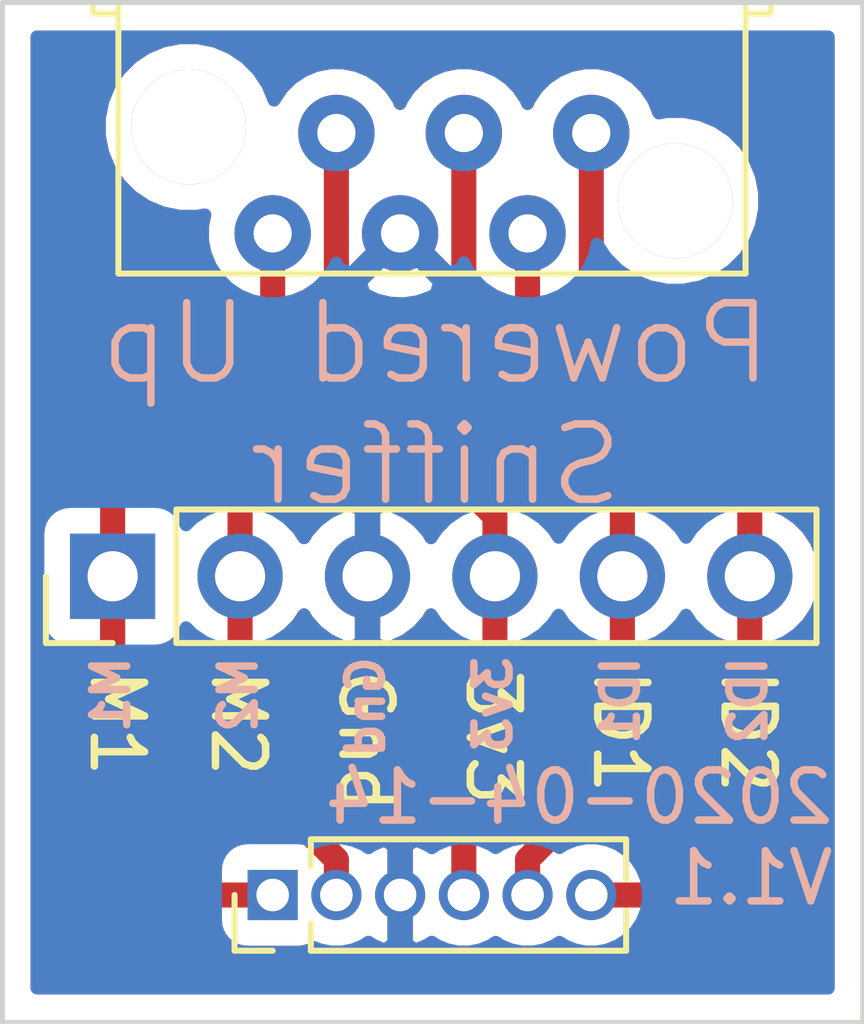
<source format=kicad_pcb>
(kicad_pcb (version 20171130) (host pcbnew "(5.1.5)-3")

  (general
    (thickness 1.6)
    (drawings 18)
    (tracks 36)
    (zones 0)
    (modules 3)
    (nets 7)
  )

  (page A4)
  (layers
    (0 F.Cu signal hide)
    (31 B.Cu signal hide)
    (32 B.Adhes user)
    (33 F.Adhes user)
    (34 B.Paste user)
    (35 F.Paste user)
    (36 B.SilkS user)
    (37 F.SilkS user)
    (38 B.Mask user)
    (39 F.Mask user)
    (40 Dwgs.User user)
    (41 Cmts.User user)
    (42 Eco1.User user)
    (43 Eco2.User user)
    (44 Edge.Cuts user)
    (45 Margin user)
    (46 B.CrtYd user)
    (47 F.CrtYd user)
    (48 B.Fab user)
    (49 F.Fab user)
  )

  (setup
    (last_trace_width 0.5)
    (user_trace_width 0.5)
    (trace_clearance 0.2)
    (zone_clearance 0.508)
    (zone_45_only no)
    (trace_min 0.1524)
    (via_size 0.8)
    (via_drill 0.4)
    (via_min_size 0.508)
    (via_min_drill 0.254)
    (uvia_size 0.3)
    (uvia_drill 0.1)
    (uvias_allowed no)
    (uvia_min_size 0.2)
    (uvia_min_drill 0.1)
    (edge_width 0.05)
    (segment_width 0.2)
    (pcb_text_width 0.3)
    (pcb_text_size 1.5 1.5)
    (mod_edge_width 0.12)
    (mod_text_size 1 1)
    (mod_text_width 0.15)
    (pad_size 1.524 1.524)
    (pad_drill 0.762)
    (pad_to_mask_clearance 0.0508)
    (solder_mask_min_width 0.1016)
    (aux_axis_origin 0 0)
    (grid_origin 92.71 110.8)
    (visible_elements 7FFFFFFF)
    (pcbplotparams
      (layerselection 0x010fc_ffffffff)
      (usegerberextensions false)
      (usegerberattributes false)
      (usegerberadvancedattributes false)
      (creategerberjobfile false)
      (excludeedgelayer true)
      (linewidth 0.100000)
      (plotframeref false)
      (viasonmask false)
      (mode 1)
      (useauxorigin false)
      (hpglpennumber 1)
      (hpglpenspeed 20)
      (hpglpendiameter 15.000000)
      (psnegative false)
      (psa4output false)
      (plotreference true)
      (plotvalue true)
      (plotinvisibletext false)
      (padsonsilk false)
      (subtractmaskfromsilk false)
      (outputformat 1)
      (mirror false)
      (drillshape 1)
      (scaleselection 1)
      (outputdirectory ""))
  )

  (net 0 "")
  (net 1 /M1)
  (net 2 /M2)
  (net 3 "Net-(J1-Pad5)")
  (net 4 "Net-(J1-Pad6)")
  (net 5 /GND)
  (net 6 /3V3)

  (net_class Default "This is the default net class."
    (clearance 0.2)
    (trace_width 0.25)
    (via_dia 0.8)
    (via_drill 0.4)
    (uvia_dia 0.3)
    (uvia_drill 0.1)
    (add_net /3V3)
    (add_net /GND)
    (add_net /M1)
    (add_net /M2)
    (add_net "Net-(J1-Pad5)")
    (add_net "Net-(J1-Pad6)")
  )

  (module Connector_PinHeader_2.54mm:PinHeader_1x06_P2.54mm_Vertical (layer F.Cu) (tedit 59FED5CC) (tstamp 5E7CD977)
    (at 93.635 109.53 90)
    (descr "Through hole straight pin header, 1x06, 2.54mm pitch, single row")
    (tags "Through hole pin header THT 1x06 2.54mm single row")
    (path /5E7CF1B6)
    (fp_text reference J2 (at 0 -2.33 90) (layer F.SilkS) hide
      (effects (font (size 1 1) (thickness 0.15)))
    )
    (fp_text value Conn_01x06 (at 0 15.03 90) (layer F.Fab)
      (effects (font (size 1 1) (thickness 0.15)))
    )
    (fp_text user %R (at 0 6.35) (layer F.Fab)
      (effects (font (size 1 1) (thickness 0.15)))
    )
    (fp_line (start 1.8 -1.8) (end -1.8 -1.8) (layer F.CrtYd) (width 0.05))
    (fp_line (start 1.8 14.5) (end 1.8 -1.8) (layer F.CrtYd) (width 0.05))
    (fp_line (start -1.8 14.5) (end 1.8 14.5) (layer F.CrtYd) (width 0.05))
    (fp_line (start -1.8 -1.8) (end -1.8 14.5) (layer F.CrtYd) (width 0.05))
    (fp_line (start -1.33 -1.33) (end 0 -1.33) (layer F.SilkS) (width 0.12))
    (fp_line (start -1.33 0) (end -1.33 -1.33) (layer F.SilkS) (width 0.12))
    (fp_line (start -1.33 1.27) (end 1.33 1.27) (layer F.SilkS) (width 0.12))
    (fp_line (start 1.33 1.27) (end 1.33 14.03) (layer F.SilkS) (width 0.12))
    (fp_line (start -1.33 1.27) (end -1.33 14.03) (layer F.SilkS) (width 0.12))
    (fp_line (start -1.33 14.03) (end 1.33 14.03) (layer F.SilkS) (width 0.12))
    (fp_line (start -1.27 -0.635) (end -0.635 -1.27) (layer F.Fab) (width 0.1))
    (fp_line (start -1.27 13.97) (end -1.27 -0.635) (layer F.Fab) (width 0.1))
    (fp_line (start 1.27 13.97) (end -1.27 13.97) (layer F.Fab) (width 0.1))
    (fp_line (start 1.27 -1.27) (end 1.27 13.97) (layer F.Fab) (width 0.1))
    (fp_line (start -0.635 -1.27) (end 1.27 -1.27) (layer F.Fab) (width 0.1))
    (pad 6 thru_hole oval (at 0 12.7 90) (size 1.7 1.7) (drill 1) (layers *.Cu *.Mask)
      (net 4 "Net-(J1-Pad6)"))
    (pad 5 thru_hole oval (at 0 10.16 90) (size 1.7 1.7) (drill 1) (layers *.Cu *.Mask)
      (net 3 "Net-(J1-Pad5)"))
    (pad 4 thru_hole oval (at 0 7.62 90) (size 1.7 1.7) (drill 1) (layers *.Cu *.Mask)
      (net 6 /3V3))
    (pad 3 thru_hole oval (at 0 5.08 90) (size 1.7 1.7) (drill 1) (layers *.Cu *.Mask)
      (net 5 /GND))
    (pad 2 thru_hole oval (at 0 2.54 90) (size 1.7 1.7) (drill 1) (layers *.Cu *.Mask)
      (net 2 /M2))
    (pad 1 thru_hole rect (at 0 0 90) (size 1.7 1.7) (drill 1) (layers *.Cu *.Mask)
      (net 1 /M1))
    (model ${KISYS3DMOD}/Connector_PinHeader_2.54mm.3dshapes/PinHeader_1x06_P2.54mm_Vertical.wrl
      (at (xyz 0 0 0))
      (scale (xyz 1 1 1))
      (rotate (xyz 0 0 0))
    )
  )

  (module Connector_PinHeader_1.27mm:PinHeader_1x06_P1.27mm_Vertical (layer F.Cu) (tedit 59FED6E3) (tstamp 5E7CD88B)
    (at 96.825 115.88 90)
    (descr "Through hole straight pin header, 1x06, 1.27mm pitch, single row")
    (tags "Through hole pin header THT 1x06 1.27mm single row")
    (path /5E7C322A)
    (fp_text reference J3 (at 0 -1.695 90) (layer F.SilkS) hide
      (effects (font (size 1 1) (thickness 0.15)))
    )
    (fp_text value Conn_01x06 (at 0 8.045 90) (layer F.Fab)
      (effects (font (size 1 1) (thickness 0.15)))
    )
    (fp_text user %R (at 0 3.15) (layer F.Fab)
      (effects (font (size 1 1) (thickness 0.15)))
    )
    (fp_line (start 1.55 -1.15) (end -1.55 -1.15) (layer F.CrtYd) (width 0.05))
    (fp_line (start 1.55 7.5) (end 1.55 -1.15) (layer F.CrtYd) (width 0.05))
    (fp_line (start -1.55 7.5) (end 1.55 7.5) (layer F.CrtYd) (width 0.05))
    (fp_line (start -1.55 -1.15) (end -1.55 7.5) (layer F.CrtYd) (width 0.05))
    (fp_line (start -1.11 -0.76) (end 0 -0.76) (layer F.SilkS) (width 0.12))
    (fp_line (start -1.11 0) (end -1.11 -0.76) (layer F.SilkS) (width 0.12))
    (fp_line (start 0.563471 0.76) (end 1.11 0.76) (layer F.SilkS) (width 0.12))
    (fp_line (start -1.11 0.76) (end -0.563471 0.76) (layer F.SilkS) (width 0.12))
    (fp_line (start 1.11 0.76) (end 1.11 7.045) (layer F.SilkS) (width 0.12))
    (fp_line (start -1.11 0.76) (end -1.11 7.045) (layer F.SilkS) (width 0.12))
    (fp_line (start 0.30753 7.045) (end 1.11 7.045) (layer F.SilkS) (width 0.12))
    (fp_line (start -1.11 7.045) (end -0.30753 7.045) (layer F.SilkS) (width 0.12))
    (fp_line (start -1.05 -0.11) (end -0.525 -0.635) (layer F.Fab) (width 0.1))
    (fp_line (start -1.05 6.985) (end -1.05 -0.11) (layer F.Fab) (width 0.1))
    (fp_line (start 1.05 6.985) (end -1.05 6.985) (layer F.Fab) (width 0.1))
    (fp_line (start 1.05 -0.635) (end 1.05 6.985) (layer F.Fab) (width 0.1))
    (fp_line (start -0.525 -0.635) (end 1.05 -0.635) (layer F.Fab) (width 0.1))
    (pad 6 thru_hole oval (at 0 6.35 90) (size 1 1) (drill 0.65) (layers *.Cu *.Mask)
      (net 4 "Net-(J1-Pad6)"))
    (pad 5 thru_hole oval (at 0 5.08 90) (size 1 1) (drill 0.65) (layers *.Cu *.Mask)
      (net 3 "Net-(J1-Pad5)"))
    (pad 4 thru_hole oval (at 0 3.81 90) (size 1 1) (drill 0.65) (layers *.Cu *.Mask)
      (net 6 /3V3))
    (pad 3 thru_hole oval (at 0 2.54 90) (size 1 1) (drill 0.65) (layers *.Cu *.Mask)
      (net 5 /GND))
    (pad 2 thru_hole oval (at 0 1.27 90) (size 1 1) (drill 0.65) (layers *.Cu *.Mask)
      (net 2 /M2))
    (pad 1 thru_hole rect (at 0 0 90) (size 1 1) (drill 0.65) (layers *.Cu *.Mask)
      (net 1 /M1))
    (model ${KISYS3DMOD}/Connector_PinHeader_1.27mm.3dshapes/PinHeader_1x06_P1.27mm_Vertical.wrl
      (at (xyz 0 0 0))
      (scale (xyz 1 1 1))
      (rotate (xyz 0 0 0))
    )
  )

  (module "wedo_2.0:WeDo 2.0 Female Socket" (layer F.Cu) (tedit 5E7CD3A7) (tstamp 5E7C219C)
    (at 100 100)
    (path /5E7C081C)
    (fp_text reference J1 (at 0.33 4.394) (layer F.SilkS) hide
      (effects (font (size 1 1) (thickness 0.15)))
    )
    (fp_text value FemaleConnector (at 11.43 15.24) (layer F.Fab) hide
      (effects (font (size 1 1) (thickness 0.15)))
    )
    (fp_line (start -6.25 3.5) (end -6.25 -3.5) (layer F.SilkS) (width 0.12))
    (fp_line (start 6.25 3.5) (end -6.25 3.5) (layer F.SilkS) (width 0.12))
    (fp_line (start 6.25 -3.5) (end 6.25 3.5) (layer F.SilkS) (width 0.12))
    (fp_line (start -6.25 -3.5) (end 6.25 -3.5) (layer F.SilkS) (width 0.12))
    (fp_line (start 6.25 -2.54) (end 6.75 -2.54) (layer F.SilkS) (width 0.12))
    (fp_line (start 6.25 -1.68) (end 6.75 -1.68) (layer F.SilkS) (width 0.12))
    (fp_line (start 6.75 -2.54) (end 6.75 -1.68) (layer F.SilkS) (width 0.12))
    (fp_line (start -6.75 -1.68) (end -6.25 -1.68) (layer F.SilkS) (width 0.12))
    (fp_line (start -6.75 -2.54) (end -6.75 -1.68) (layer F.SilkS) (width 0.12))
    (fp_line (start -6.75 -2.54) (end -6.25 -2.54) (layer F.SilkS) (width 0.12))
    (pad "" thru_hole circle (at 4.85 2.05) (size 2.286 2.286) (drill 2.286) (layers *.Cu *.Mask))
    (pad "" thru_hole circle (at -4.85 0.58) (size 2.286 2.286) (drill 2.286) (layers *.Cu *.Mask))
    (pad 6 thru_hole circle (at 3.175 0.7) (size 1.524 1.524) (drill 0.762) (layers *.Cu *.Mask)
      (net 4 "Net-(J1-Pad6)"))
    (pad 5 thru_hole circle (at 1.905 2.7) (size 1.524 1.524) (drill 0.762) (layers *.Cu *.Mask)
      (net 3 "Net-(J1-Pad5)"))
    (pad 4 thru_hole circle (at 0.635 0.7) (size 1.524 1.524) (drill 0.762) (layers *.Cu *.Mask)
      (net 6 /3V3))
    (pad 3 thru_hole circle (at -0.635 2.7) (size 1.524 1.524) (drill 0.762) (layers *.Cu *.Mask)
      (net 5 /GND))
    (pad 2 thru_hole circle (at -1.905 0.7) (size 1.524 1.524) (drill 0.762) (layers *.Cu *.Mask)
      (net 2 /M2))
    (pad 1 thru_hole circle (at -3.175 2.7) (size 1.524 1.524) (drill 0.762) (layers *.Cu *.Mask)
      (net 1 /M1))
  )

  (gr_text ID2 (at 106.299 111.054 90) (layer B.SilkS) (tstamp 5E7D28F7)
    (effects (font (size 0.7 0.7) (thickness 0.15)) (justify left mirror))
  )
  (gr_text ID1 (at 103.759 111.054 90) (layer B.SilkS) (tstamp 5E7D28F2)
    (effects (font (size 0.7 0.7) (thickness 0.15)) (justify left mirror))
  )
  (gr_text 3v3 (at 101.219 111.054 90) (layer B.SilkS) (tstamp 5E7D28EF)
    (effects (font (size 0.7 0.7) (thickness 0.15)) (justify left mirror))
  )
  (gr_text Gnd (at 98.679 111.054 90) (layer B.SilkS) (tstamp 5E7D28EB)
    (effects (font (size 0.7 0.7) (thickness 0.15)) (justify left mirror))
  )
  (gr_text M2 (at 96.139 111.054 90) (layer B.SilkS) (tstamp 5E7D28E5)
    (effects (font (size 0.7 0.7) (thickness 0.15)) (justify left mirror))
  )
  (gr_text M1 (at 93.599 111.054 90) (layer B.SilkS) (tstamp 5E7D28C6)
    (effects (font (size 0.7 0.7) (thickness 0.15)) (justify left mirror))
  )
  (gr_text "2020-04-14\nV1.1" (at 108.077 114.737) (layer B.SilkS) (tstamp 5E7D286D)
    (effects (font (size 1 1) (thickness 0.15)) (justify left mirror))
  )
  (gr_text "Powered Up\nSniffer" (at 100.076 106.101) (layer B.SilkS) (tstamp 5E7D28B9)
    (effects (font (size 1.5 1.5) (thickness 0.15)) (justify mirror))
  )
  (gr_text ID2 (at 106.299 111.308 270) (layer F.SilkS) (tstamp 5E7D2796)
    (effects (font (size 1 1) (thickness 0.15)) (justify left))
  )
  (gr_text ID1 (at 103.759 111.308 270) (layer F.SilkS) (tstamp 5E7D2794)
    (effects (font (size 1 1) (thickness 0.15)) (justify left))
  )
  (gr_text 3v3 (at 101.219 111.308 270) (layer F.SilkS) (tstamp 5E7D2792)
    (effects (font (size 1 1) (thickness 0.15)) (justify left))
  )
  (gr_text Gnd (at 98.679 111.308 270) (layer F.SilkS) (tstamp 5E7D2790)
    (effects (font (size 1 1) (thickness 0.15)) (justify left))
  )
  (gr_text M2 (at 96.139 111.308 270) (layer F.SilkS) (tstamp 5E7D278E)
    (effects (font (size 1 1) (thickness 0.15)) (justify left))
  )
  (gr_text M1 (at 93.726 111.308 270) (layer F.SilkS)
    (effects (font (size 1 1) (thickness 0.15)) (justify left))
  )
  (gr_line (start 108.585 98.1) (end 108.585 118.42) (layer Edge.Cuts) (width 0.1))
  (gr_line (start 91.44 98.1) (end 108.585 98.1) (layer Edge.Cuts) (width 0.1))
  (gr_line (start 91.44 118.42) (end 91.44 98.1) (layer Edge.Cuts) (width 0.1))
  (gr_line (start 108.585 118.42) (end 91.44 118.42) (layer Edge.Cuts) (width 0.1))

  (segment (start 93.635 110.455) (end 93.635 114.265) (width 0.5) (layer F.Cu) (net 1))
  (segment (start 95.25 115.88) (end 96.825 115.88) (width 0.5) (layer F.Cu) (net 1))
  (segment (start 93.635 114.265) (end 95.25 115.88) (width 0.5) (layer F.Cu) (net 1))
  (segment (start 93.635 110.455) (end 93.635 111.145) (width 0.5) (layer F.Cu) (net 1))
  (segment (start 93.635 109.53) (end 93.635 110.455) (width 0.5) (layer F.Cu) (net 1))
  (segment (start 93.635 109.53) (end 93.635 107.335) (width 0.5) (layer F.Cu) (net 1))
  (segment (start 96.825 102.7) (end 96.825 104.145) (width 0.5) (layer F.Cu) (net 1))
  (segment (start 96.825 104.145) (end 93.635 107.335) (width 0.5) (layer F.Cu) (net 1))
  (segment (start 98.095 115.172894) (end 98.095 115.88) (width 0.5) (layer F.Cu) (net 2))
  (segment (start 96.175 109.53) (end 96.175 113.252894) (width 0.5) (layer F.Cu) (net 2))
  (segment (start 96.175 113.252894) (end 98.095 115.172894) (width 0.5) (layer F.Cu) (net 2))
  (segment (start 96.175 108.327919) (end 96.175 109.53) (width 0.5) (layer F.Cu) (net 2))
  (segment (start 96.175 107.335) (end 96.175 108.327919) (width 0.5) (layer F.Cu) (net 2))
  (segment (start 98.095 100.7) (end 98.095 105.415) (width 0.5) (layer F.Cu) (net 2))
  (segment (start 98.095 105.415) (end 96.175 107.335) (width 0.5) (layer F.Cu) (net 2))
  (segment (start 101.905 115.172894) (end 101.905 115.88) (width 0.5) (layer F.Cu) (net 3))
  (segment (start 103.795 109.53) (end 103.795 113.282894) (width 0.5) (layer F.Cu) (net 3))
  (segment (start 103.795 113.282894) (end 101.905 115.172894) (width 0.5) (layer F.Cu) (net 3))
  (segment (start 103.795 108.327919) (end 103.795 109.53) (width 0.5) (layer F.Cu) (net 3))
  (segment (start 103.795 107.335) (end 103.795 108.327919) (width 0.5) (layer F.Cu) (net 3))
  (segment (start 101.905 102.7) (end 101.905 105.445) (width 0.5) (layer F.Cu) (net 3))
  (segment (start 101.905 105.445) (end 103.795 107.335) (width 0.5) (layer F.Cu) (net 3))
  (segment (start 104.72 115.88) (end 104.14 115.88) (width 0.5) (layer F.Cu) (net 4))
  (segment (start 104.14 115.88) (end 103.175 115.88) (width 0.5) (layer F.Cu) (net 4))
  (segment (start 106.335 109.53) (end 106.335 114.265) (width 0.5) (layer F.Cu) (net 4))
  (segment (start 106.335 114.265) (end 104.72 115.88) (width 0.5) (layer F.Cu) (net 4))
  (segment (start 103.175 104.145) (end 103.175 100.7) (width 0.5) (layer F.Cu) (net 4))
  (segment (start 106.335 109.53) (end 106.335 107.305) (width 0.5) (layer F.Cu) (net 4))
  (segment (start 106.335 107.305) (end 103.175 104.145) (width 0.5) (layer F.Cu) (net 4))
  (segment (start 100.635 100.7) (end 100.635 106.66) (width 0.5) (layer F.Cu) (net 6))
  (segment (start 100.635 107.707919) (end 100.635 106.66) (width 0.5) (layer F.Cu) (net 6))
  (segment (start 101.255 108.327919) (end 100.635 107.707919) (width 0.5) (layer F.Cu) (net 6))
  (segment (start 101.255 109.53) (end 101.255 108.327919) (width 0.5) (layer F.Cu) (net 6))
  (segment (start 100.635 114.4955) (end 100.635 115.88) (width 0.5) (layer F.Cu) (net 6))
  (segment (start 101.255 109.53) (end 101.255 113.8755) (width 0.5) (layer F.Cu) (net 6))
  (segment (start 101.255 113.8755) (end 100.635 114.4955) (width 0.5) (layer F.Cu) (net 6))

  (zone (net 5) (net_name /GND) (layer F.Cu) (tstamp 0) (hatch edge 0.508)
    (connect_pads (clearance 0.508))
    (min_thickness 0.254)
    (fill yes (arc_segments 32) (thermal_gap 0.508) (thermal_bridge_width 0.508))
    (polygon
      (pts
        (xy 108.585 118.42) (xy 91.44 118.42) (xy 91.44 98.1) (xy 108.585 98.1635)
      )
    )
    (filled_polygon
      (pts
        (xy 107.900001 117.735) (xy 92.125 117.735) (xy 92.125 108.68) (xy 92.146928 108.68) (xy 92.146928 110.38)
        (xy 92.159188 110.504482) (xy 92.195498 110.62418) (xy 92.254463 110.734494) (xy 92.333815 110.831185) (xy 92.430506 110.910537)
        (xy 92.54082 110.969502) (xy 92.660518 111.005812) (xy 92.75 111.014625) (xy 92.750001 114.221521) (xy 92.745719 114.265)
        (xy 92.762805 114.43849) (xy 92.813412 114.605313) (xy 92.89559 114.759059) (xy 92.978468 114.860046) (xy 92.978469 114.860047)
        (xy 93.006184 114.893817) (xy 93.039951 114.921529) (xy 94.59347 116.475049) (xy 94.621183 116.508817) (xy 94.654951 116.53653)
        (xy 94.654953 116.536532) (xy 94.704996 116.577601) (xy 94.755941 116.619411) (xy 94.909687 116.701589) (xy 95.07651 116.752195)
        (xy 95.206523 116.765) (xy 95.206531 116.765) (xy 95.25 116.769281) (xy 95.293469 116.765) (xy 95.819499 116.765)
        (xy 95.873815 116.831185) (xy 95.970506 116.910537) (xy 96.08082 116.969502) (xy 96.200518 117.005812) (xy 96.325 117.018072)
        (xy 97.325 117.018072) (xy 97.449482 117.005812) (xy 97.56918 116.969502) (xy 97.652226 116.925112) (xy 97.763933 116.971383)
        (xy 97.983212 117.015) (xy 98.206788 117.015) (xy 98.426067 116.971383) (xy 98.632624 116.885824) (xy 98.734658 116.817647)
        (xy 98.804794 116.867123) (xy 99.008136 116.957446) (xy 99.063126 116.974119) (xy 99.238 116.847954) (xy 99.238 116.007)
        (xy 99.226974 116.007) (xy 99.23 115.991788) (xy 99.23 115.768212) (xy 99.226974 115.753) (xy 99.238 115.753)
        (xy 99.238 114.912046) (xy 99.063126 114.785881) (xy 99.008136 114.802554) (xy 98.919433 114.841955) (xy 98.916589 114.832581)
        (xy 98.834411 114.678835) (xy 98.81021 114.649346) (xy 98.751532 114.577847) (xy 98.75153 114.577845) (xy 98.723817 114.544077)
        (xy 98.69005 114.516365) (xy 97.06 112.886316) (xy 97.06 110.724656) (xy 97.121632 110.683475) (xy 97.328475 110.476632)
        (xy 97.450195 110.294466) (xy 97.519822 110.411355) (xy 97.714731 110.627588) (xy 97.94808 110.801641) (xy 98.210901 110.926825)
        (xy 98.35811 110.971476) (xy 98.588 110.850155) (xy 98.588 109.657) (xy 98.568 109.657) (xy 98.568 109.403)
        (xy 98.588 109.403) (xy 98.588 108.209845) (xy 98.35811 108.088524) (xy 98.210901 108.133175) (xy 97.94808 108.258359)
        (xy 97.714731 108.432412) (xy 97.519822 108.648645) (xy 97.450195 108.765534) (xy 97.328475 108.583368) (xy 97.121632 108.376525)
        (xy 97.06 108.335344) (xy 97.06 107.701578) (xy 98.690049 106.07153) (xy 98.723817 106.043817) (xy 98.834411 105.909059)
        (xy 98.916589 105.755313) (xy 98.967195 105.58849) (xy 98.98 105.458477) (xy 98.98 105.458467) (xy 98.984281 105.415001)
        (xy 98.98 105.371534) (xy 98.98 104.043833) (xy 99.162135 104.089023) (xy 99.437017 104.10191) (xy 99.709133 104.060922)
        (xy 99.750001 104.046196) (xy 99.750001 106.616523) (xy 99.75 107.664449) (xy 99.745719 107.707919) (xy 99.75 107.751388)
        (xy 99.75 107.751395) (xy 99.762805 107.881408) (xy 99.813411 108.048231) (xy 99.895589 108.201977) (xy 100.006183 108.336736)
        (xy 100.039956 108.364453) (xy 100.180198 108.504695) (xy 100.101525 108.583368) (xy 99.979805 108.765534) (xy 99.910178 108.648645)
        (xy 99.715269 108.432412) (xy 99.48192 108.258359) (xy 99.219099 108.133175) (xy 99.07189 108.088524) (xy 98.842 108.209845)
        (xy 98.842 109.403) (xy 98.862 109.403) (xy 98.862 109.657) (xy 98.842 109.657) (xy 98.842 110.850155)
        (xy 99.07189 110.971476) (xy 99.219099 110.926825) (xy 99.48192 110.801641) (xy 99.715269 110.627588) (xy 99.910178 110.411355)
        (xy 99.979805 110.294466) (xy 100.101525 110.476632) (xy 100.308368 110.683475) (xy 100.37 110.724656) (xy 100.370001 113.508921)
        (xy 100.039956 113.838966) (xy 100.006183 113.866683) (xy 99.895589 114.001442) (xy 99.813411 114.155188) (xy 99.79502 114.215814)
        (xy 99.766911 114.308477) (xy 99.762805 114.322011) (xy 99.75 114.452024) (xy 99.75 114.452031) (xy 99.745719 114.4955)
        (xy 99.75 114.53897) (xy 99.75 114.815052) (xy 99.721864 114.802554) (xy 99.666874 114.785881) (xy 99.492 114.912046)
        (xy 99.492 115.753) (xy 99.503026 115.753) (xy 99.5 115.768212) (xy 99.5 115.991788) (xy 99.503026 116.007)
        (xy 99.492 116.007) (xy 99.492 116.847954) (xy 99.666874 116.974119) (xy 99.721864 116.957446) (xy 99.925206 116.867123)
        (xy 99.995342 116.817647) (xy 100.097376 116.885824) (xy 100.303933 116.971383) (xy 100.523212 117.015) (xy 100.746788 117.015)
        (xy 100.966067 116.971383) (xy 101.172624 116.885824) (xy 101.27 116.820759) (xy 101.367376 116.885824) (xy 101.573933 116.971383)
        (xy 101.793212 117.015) (xy 102.016788 117.015) (xy 102.236067 116.971383) (xy 102.442624 116.885824) (xy 102.54 116.820759)
        (xy 102.637376 116.885824) (xy 102.843933 116.971383) (xy 103.063212 117.015) (xy 103.286788 117.015) (xy 103.506067 116.971383)
        (xy 103.712624 116.885824) (xy 103.89345 116.765) (xy 104.676531 116.765) (xy 104.72 116.769281) (xy 104.763469 116.765)
        (xy 104.763477 116.765) (xy 104.89349 116.752195) (xy 105.060313 116.701589) (xy 105.214059 116.619411) (xy 105.348817 116.508817)
        (xy 105.376534 116.475044) (xy 106.930049 114.92153) (xy 106.963817 114.893817) (xy 106.991533 114.860046) (xy 107.074411 114.759059)
        (xy 107.107534 114.697089) (xy 107.156589 114.605313) (xy 107.207195 114.43849) (xy 107.22 114.308477) (xy 107.22 114.308469)
        (xy 107.224281 114.265) (xy 107.22 114.221531) (xy 107.22 110.724656) (xy 107.281632 110.683475) (xy 107.488475 110.476632)
        (xy 107.65099 110.233411) (xy 107.762932 109.963158) (xy 107.82 109.67626) (xy 107.82 109.38374) (xy 107.762932 109.096842)
        (xy 107.65099 108.826589) (xy 107.488475 108.583368) (xy 107.281632 108.376525) (xy 107.22 108.335344) (xy 107.22 107.348469)
        (xy 107.224281 107.305) (xy 107.22 107.261531) (xy 107.22 107.261523) (xy 107.207195 107.13151) (xy 107.156589 106.964687)
        (xy 107.074411 106.810941) (xy 106.963817 106.676183) (xy 106.930049 106.64847) (xy 104.06 103.778422) (xy 104.06 103.647264)
        (xy 104.331377 103.759672) (xy 104.674882 103.828) (xy 105.025118 103.828) (xy 105.368623 103.759672) (xy 105.692199 103.625643)
        (xy 105.983409 103.431063) (xy 106.231063 103.183409) (xy 106.425643 102.892199) (xy 106.559672 102.568623) (xy 106.628 102.225118)
        (xy 106.628 101.874882) (xy 106.559672 101.531377) (xy 106.425643 101.207801) (xy 106.231063 100.916591) (xy 105.983409 100.668937)
        (xy 105.692199 100.474357) (xy 105.368623 100.340328) (xy 105.025118 100.272) (xy 104.674882 100.272) (xy 104.520349 100.302739)
        (xy 104.518314 100.29251) (xy 104.413005 100.038273) (xy 104.26012 99.809465) (xy 104.065535 99.61488) (xy 103.836727 99.461995)
        (xy 103.58249 99.356686) (xy 103.312592 99.303) (xy 103.037408 99.303) (xy 102.76751 99.356686) (xy 102.513273 99.461995)
        (xy 102.284465 99.61488) (xy 102.08988 99.809465) (xy 101.936995 100.038273) (xy 101.905 100.115515) (xy 101.873005 100.038273)
        (xy 101.72012 99.809465) (xy 101.525535 99.61488) (xy 101.296727 99.461995) (xy 101.04249 99.356686) (xy 100.772592 99.303)
        (xy 100.497408 99.303) (xy 100.22751 99.356686) (xy 99.973273 99.461995) (xy 99.744465 99.61488) (xy 99.54988 99.809465)
        (xy 99.396995 100.038273) (xy 99.365 100.115515) (xy 99.333005 100.038273) (xy 99.18012 99.809465) (xy 98.985535 99.61488)
        (xy 98.756727 99.461995) (xy 98.50249 99.356686) (xy 98.232592 99.303) (xy 97.957408 99.303) (xy 97.68751 99.356686)
        (xy 97.433273 99.461995) (xy 97.204465 99.61488) (xy 97.00988 99.809465) (xy 96.856995 100.038273) (xy 96.853549 100.046594)
        (xy 96.725643 99.737801) (xy 96.531063 99.446591) (xy 96.283409 99.198937) (xy 95.992199 99.004357) (xy 95.668623 98.870328)
        (xy 95.325118 98.802) (xy 94.974882 98.802) (xy 94.631377 98.870328) (xy 94.307801 99.004357) (xy 94.016591 99.198937)
        (xy 93.768937 99.446591) (xy 93.574357 99.737801) (xy 93.440328 100.061377) (xy 93.372 100.404882) (xy 93.372 100.755118)
        (xy 93.440328 101.098623) (xy 93.574357 101.422199) (xy 93.768937 101.713409) (xy 94.016591 101.961063) (xy 94.307801 102.155643)
        (xy 94.631377 102.289672) (xy 94.974882 102.358) (xy 95.325118 102.358) (xy 95.474573 102.328271) (xy 95.428 102.562408)
        (xy 95.428 102.837592) (xy 95.481686 103.10749) (xy 95.586995 103.361727) (xy 95.73988 103.590535) (xy 95.933883 103.784538)
        (xy 93.039951 106.678471) (xy 93.006184 106.706183) (xy 92.978471 106.739951) (xy 92.978468 106.739954) (xy 92.89559 106.840941)
        (xy 92.813412 106.994687) (xy 92.762805 107.16151) (xy 92.745719 107.335) (xy 92.750001 107.378479) (xy 92.750001 108.045375)
        (xy 92.660518 108.054188) (xy 92.54082 108.090498) (xy 92.430506 108.149463) (xy 92.333815 108.228815) (xy 92.254463 108.325506)
        (xy 92.195498 108.43582) (xy 92.159188 108.555518) (xy 92.146928 108.68) (xy 92.125 108.68) (xy 92.125 98.785)
        (xy 107.9 98.785)
      )
    )
    (filled_polygon
      (pts
        (xy 99.558748 102.685858) (xy 99.544605 102.7) (xy 99.558748 102.714143) (xy 99.379143 102.893748) (xy 99.365 102.879605)
        (xy 99.350858 102.893748) (xy 99.171253 102.714143) (xy 99.185395 102.7) (xy 99.171253 102.685858) (xy 99.350858 102.506253)
        (xy 99.365 102.520395) (xy 99.379143 102.506253)
      )
    )
  )
  (zone (net 5) (net_name /GND) (layer B.Cu) (tstamp 0) (hatch edge 0.508)
    (connect_pads (clearance 0.508))
    (min_thickness 0.254)
    (fill yes (arc_segments 32) (thermal_gap 0.508) (thermal_bridge_width 0.508))
    (polygon
      (pts
        (xy 108.585 118.42) (xy 91.44 118.42) (xy 91.44 98.1) (xy 108.585 98.1)
      )
    )
    (filled_polygon
      (pts
        (xy 107.900001 117.735) (xy 92.125 117.735) (xy 92.125 115.38) (xy 95.686928 115.38) (xy 95.686928 116.38)
        (xy 95.699188 116.504482) (xy 95.735498 116.62418) (xy 95.794463 116.734494) (xy 95.873815 116.831185) (xy 95.970506 116.910537)
        (xy 96.08082 116.969502) (xy 96.200518 117.005812) (xy 96.325 117.018072) (xy 97.325 117.018072) (xy 97.449482 117.005812)
        (xy 97.56918 116.969502) (xy 97.652226 116.925112) (xy 97.763933 116.971383) (xy 97.983212 117.015) (xy 98.206788 117.015)
        (xy 98.426067 116.971383) (xy 98.632624 116.885824) (xy 98.734658 116.817647) (xy 98.804794 116.867123) (xy 99.008136 116.957446)
        (xy 99.063126 116.974119) (xy 99.238 116.847954) (xy 99.238 116.007) (xy 99.226974 116.007) (xy 99.23 115.991788)
        (xy 99.23 115.768212) (xy 99.226974 115.753) (xy 99.238 115.753) (xy 99.238 114.912046) (xy 99.492 114.912046)
        (xy 99.492 115.753) (xy 99.503026 115.753) (xy 99.5 115.768212) (xy 99.5 115.991788) (xy 99.503026 116.007)
        (xy 99.492 116.007) (xy 99.492 116.847954) (xy 99.666874 116.974119) (xy 99.721864 116.957446) (xy 99.925206 116.867123)
        (xy 99.995342 116.817647) (xy 100.097376 116.885824) (xy 100.303933 116.971383) (xy 100.523212 117.015) (xy 100.746788 117.015)
        (xy 100.966067 116.971383) (xy 101.172624 116.885824) (xy 101.27 116.820759) (xy 101.367376 116.885824) (xy 101.573933 116.971383)
        (xy 101.793212 117.015) (xy 102.016788 117.015) (xy 102.236067 116.971383) (xy 102.442624 116.885824) (xy 102.54 116.820759)
        (xy 102.637376 116.885824) (xy 102.843933 116.971383) (xy 103.063212 117.015) (xy 103.286788 117.015) (xy 103.506067 116.971383)
        (xy 103.712624 116.885824) (xy 103.89852 116.761612) (xy 104.056612 116.60352) (xy 104.180824 116.417624) (xy 104.266383 116.211067)
        (xy 104.31 115.991788) (xy 104.31 115.768212) (xy 104.266383 115.548933) (xy 104.180824 115.342376) (xy 104.056612 115.15648)
        (xy 103.89852 114.998388) (xy 103.712624 114.874176) (xy 103.506067 114.788617) (xy 103.286788 114.745) (xy 103.063212 114.745)
        (xy 102.843933 114.788617) (xy 102.637376 114.874176) (xy 102.54 114.939241) (xy 102.442624 114.874176) (xy 102.236067 114.788617)
        (xy 102.016788 114.745) (xy 101.793212 114.745) (xy 101.573933 114.788617) (xy 101.367376 114.874176) (xy 101.27 114.939241)
        (xy 101.172624 114.874176) (xy 100.966067 114.788617) (xy 100.746788 114.745) (xy 100.523212 114.745) (xy 100.303933 114.788617)
        (xy 100.097376 114.874176) (xy 99.995342 114.942353) (xy 99.925206 114.892877) (xy 99.721864 114.802554) (xy 99.666874 114.785881)
        (xy 99.492 114.912046) (xy 99.238 114.912046) (xy 99.063126 114.785881) (xy 99.008136 114.802554) (xy 98.804794 114.892877)
        (xy 98.734658 114.942353) (xy 98.632624 114.874176) (xy 98.426067 114.788617) (xy 98.206788 114.745) (xy 97.983212 114.745)
        (xy 97.763933 114.788617) (xy 97.652226 114.834888) (xy 97.56918 114.790498) (xy 97.449482 114.754188) (xy 97.325 114.741928)
        (xy 96.325 114.741928) (xy 96.200518 114.754188) (xy 96.08082 114.790498) (xy 95.970506 114.849463) (xy 95.873815 114.928815)
        (xy 95.794463 115.025506) (xy 95.735498 115.13582) (xy 95.699188 115.255518) (xy 95.686928 115.38) (xy 92.125 115.38)
        (xy 92.125 108.68) (xy 92.146928 108.68) (xy 92.146928 110.38) (xy 92.159188 110.504482) (xy 92.195498 110.62418)
        (xy 92.254463 110.734494) (xy 92.333815 110.831185) (xy 92.430506 110.910537) (xy 92.54082 110.969502) (xy 92.660518 111.005812)
        (xy 92.785 111.018072) (xy 94.485 111.018072) (xy 94.609482 111.005812) (xy 94.72918 110.969502) (xy 94.839494 110.910537)
        (xy 94.936185 110.831185) (xy 95.015537 110.734494) (xy 95.074502 110.62418) (xy 95.096513 110.55162) (xy 95.228368 110.683475)
        (xy 95.471589 110.84599) (xy 95.741842 110.957932) (xy 96.02874 111.015) (xy 96.32126 111.015) (xy 96.608158 110.957932)
        (xy 96.878411 110.84599) (xy 97.121632 110.683475) (xy 97.328475 110.476632) (xy 97.450195 110.294466) (xy 97.519822 110.411355)
        (xy 97.714731 110.627588) (xy 97.94808 110.801641) (xy 98.210901 110.926825) (xy 98.35811 110.971476) (xy 98.588 110.850155)
        (xy 98.588 109.657) (xy 98.568 109.657) (xy 98.568 109.403) (xy 98.588 109.403) (xy 98.588 108.209845)
        (xy 98.842 108.209845) (xy 98.842 109.403) (xy 98.862 109.403) (xy 98.862 109.657) (xy 98.842 109.657)
        (xy 98.842 110.850155) (xy 99.07189 110.971476) (xy 99.219099 110.926825) (xy 99.48192 110.801641) (xy 99.715269 110.627588)
        (xy 99.910178 110.411355) (xy 99.979805 110.294466) (xy 100.101525 110.476632) (xy 100.308368 110.683475) (xy 100.551589 110.84599)
        (xy 100.821842 110.957932) (xy 101.10874 111.015) (xy 101.40126 111.015) (xy 101.688158 110.957932) (xy 101.958411 110.84599)
        (xy 102.201632 110.683475) (xy 102.408475 110.476632) (xy 102.525 110.30224) (xy 102.641525 110.476632) (xy 102.848368 110.683475)
        (xy 103.091589 110.84599) (xy 103.361842 110.957932) (xy 103.64874 111.015) (xy 103.94126 111.015) (xy 104.228158 110.957932)
        (xy 104.498411 110.84599) (xy 104.741632 110.683475) (xy 104.948475 110.476632) (xy 105.065 110.30224) (xy 105.181525 110.476632)
        (xy 105.388368 110.683475) (xy 105.631589 110.84599) (xy 105.901842 110.957932) (xy 106.18874 111.015) (xy 106.48126 111.015)
        (xy 106.768158 110.957932) (xy 107.038411 110.84599) (xy 107.281632 110.683475) (xy 107.488475 110.476632) (xy 107.65099 110.233411)
        (xy 107.762932 109.963158) (xy 107.82 109.67626) (xy 107.82 109.38374) (xy 107.762932 109.096842) (xy 107.65099 108.826589)
        (xy 107.488475 108.583368) (xy 107.281632 108.376525) (xy 107.038411 108.21401) (xy 106.768158 108.102068) (xy 106.48126 108.045)
        (xy 106.18874 108.045) (xy 105.901842 108.102068) (xy 105.631589 108.21401) (xy 105.388368 108.376525) (xy 105.181525 108.583368)
        (xy 105.065 108.75776) (xy 104.948475 108.583368) (xy 104.741632 108.376525) (xy 104.498411 108.21401) (xy 104.228158 108.102068)
        (xy 103.94126 108.045) (xy 103.64874 108.045) (xy 103.361842 108.102068) (xy 103.091589 108.21401) (xy 102.848368 108.376525)
        (xy 102.641525 108.583368) (xy 102.525 108.75776) (xy 102.408475 108.583368) (xy 102.201632 108.376525) (xy 101.958411 108.21401)
        (xy 101.688158 108.102068) (xy 101.40126 108.045) (xy 101.10874 108.045) (xy 100.821842 108.102068) (xy 100.551589 108.21401)
        (xy 100.308368 108.376525) (xy 100.101525 108.583368) (xy 99.979805 108.765534) (xy 99.910178 108.648645) (xy 99.715269 108.432412)
        (xy 99.48192 108.258359) (xy 99.219099 108.133175) (xy 99.07189 108.088524) (xy 98.842 108.209845) (xy 98.588 108.209845)
        (xy 98.35811 108.088524) (xy 98.210901 108.133175) (xy 97.94808 108.258359) (xy 97.714731 108.432412) (xy 97.519822 108.648645)
        (xy 97.450195 108.765534) (xy 97.328475 108.583368) (xy 97.121632 108.376525) (xy 96.878411 108.21401) (xy 96.608158 108.102068)
        (xy 96.32126 108.045) (xy 96.02874 108.045) (xy 95.741842 108.102068) (xy 95.471589 108.21401) (xy 95.228368 108.376525)
        (xy 95.096513 108.50838) (xy 95.074502 108.43582) (xy 95.015537 108.325506) (xy 94.936185 108.228815) (xy 94.839494 108.149463)
        (xy 94.72918 108.090498) (xy 94.609482 108.054188) (xy 94.485 108.041928) (xy 92.785 108.041928) (xy 92.660518 108.054188)
        (xy 92.54082 108.090498) (xy 92.430506 108.149463) (xy 92.333815 108.228815) (xy 92.254463 108.325506) (xy 92.195498 108.43582)
        (xy 92.159188 108.555518) (xy 92.146928 108.68) (xy 92.125 108.68) (xy 92.125 100.404882) (xy 93.372 100.404882)
        (xy 93.372 100.755118) (xy 93.440328 101.098623) (xy 93.574357 101.422199) (xy 93.768937 101.713409) (xy 94.016591 101.961063)
        (xy 94.307801 102.155643) (xy 94.631377 102.289672) (xy 94.974882 102.358) (xy 95.325118 102.358) (xy 95.474573 102.328271)
        (xy 95.428 102.562408) (xy 95.428 102.837592) (xy 95.481686 103.10749) (xy 95.586995 103.361727) (xy 95.73988 103.590535)
        (xy 95.934465 103.78512) (xy 96.163273 103.938005) (xy 96.41751 104.043314) (xy 96.687408 104.097) (xy 96.962592 104.097)
        (xy 97.23249 104.043314) (xy 97.486727 103.938005) (xy 97.715535 103.78512) (xy 97.83509 103.665565) (xy 98.57904 103.665565)
        (xy 98.64602 103.905656) (xy 98.895048 104.022756) (xy 99.162135 104.089023) (xy 99.437017 104.10191) (xy 99.709133 104.060922)
        (xy 99.968023 103.967636) (xy 100.08398 103.905656) (xy 100.15096 103.665565) (xy 99.365 102.879605) (xy 98.57904 103.665565)
        (xy 97.83509 103.665565) (xy 97.91012 103.590535) (xy 98.063005 103.361727) (xy 98.092692 103.290057) (xy 98.097364 103.303023)
        (xy 98.159344 103.41898) (xy 98.399435 103.48596) (xy 99.185395 102.7) (xy 99.171253 102.685858) (xy 99.350858 102.506253)
        (xy 99.365 102.520395) (xy 99.379143 102.506253) (xy 99.558748 102.685858) (xy 99.544605 102.7) (xy 100.330565 103.48596)
        (xy 100.570656 103.41898) (xy 100.634485 103.28324) (xy 100.666995 103.361727) (xy 100.81988 103.590535) (xy 101.014465 103.78512)
        (xy 101.243273 103.938005) (xy 101.49751 104.043314) (xy 101.767408 104.097) (xy 102.042592 104.097) (xy 102.31249 104.043314)
        (xy 102.566727 103.938005) (xy 102.795535 103.78512) (xy 102.99012 103.590535) (xy 103.143005 103.361727) (xy 103.248314 103.10749)
        (xy 103.287288 102.911552) (xy 103.468937 103.183409) (xy 103.716591 103.431063) (xy 104.007801 103.625643) (xy 104.331377 103.759672)
        (xy 104.674882 103.828) (xy 105.025118 103.828) (xy 105.368623 103.759672) (xy 105.692199 103.625643) (xy 105.983409 103.431063)
        (xy 106.231063 103.183409) (xy 106.425643 102.892199) (xy 106.559672 102.568623) (xy 106.628 102.225118) (xy 106.628 101.874882)
        (xy 106.559672 101.531377) (xy 106.425643 101.207801) (xy 106.231063 100.916591) (xy 105.983409 100.668937) (xy 105.692199 100.474357)
        (xy 105.368623 100.340328) (xy 105.025118 100.272) (xy 104.674882 100.272) (xy 104.520349 100.302739) (xy 104.518314 100.29251)
        (xy 104.413005 100.038273) (xy 104.26012 99.809465) (xy 104.065535 99.61488) (xy 103.836727 99.461995) (xy 103.58249 99.356686)
        (xy 103.312592 99.303) (xy 103.037408 99.303) (xy 102.76751 99.356686) (xy 102.513273 99.461995) (xy 102.284465 99.61488)
        (xy 102.08988 99.809465) (xy 101.936995 100.038273) (xy 101.905 100.115515) (xy 101.873005 100.038273) (xy 101.72012 99.809465)
        (xy 101.525535 99.61488) (xy 101.296727 99.461995) (xy 101.04249 99.356686) (xy 100.772592 99.303) (xy 100.497408 99.303)
        (xy 100.22751 99.356686) (xy 99.973273 99.461995) (xy 99.744465 99.61488) (xy 99.54988 99.809465) (xy 99.396995 100.038273)
        (xy 99.365 100.115515) (xy 99.333005 100.038273) (xy 99.18012 99.809465) (xy 98.985535 99.61488) (xy 98.756727 99.461995)
        (xy 98.50249 99.356686) (xy 98.232592 99.303) (xy 97.957408 99.303) (xy 97.68751 99.356686) (xy 97.433273 99.461995)
        (xy 97.204465 99.61488) (xy 97.00988 99.809465) (xy 96.856995 100.038273) (xy 96.853549 100.046594) (xy 96.725643 99.737801)
        (xy 96.531063 99.446591) (xy 96.283409 99.198937) (xy 95.992199 99.004357) (xy 95.668623 98.870328) (xy 95.325118 98.802)
        (xy 94.974882 98.802) (xy 94.631377 98.870328) (xy 94.307801 99.004357) (xy 94.016591 99.198937) (xy 93.768937 99.446591)
        (xy 93.574357 99.737801) (xy 93.440328 100.061377) (xy 93.372 100.404882) (xy 92.125 100.404882) (xy 92.125 98.785)
        (xy 107.9 98.785)
      )
    )
  )
)

</source>
